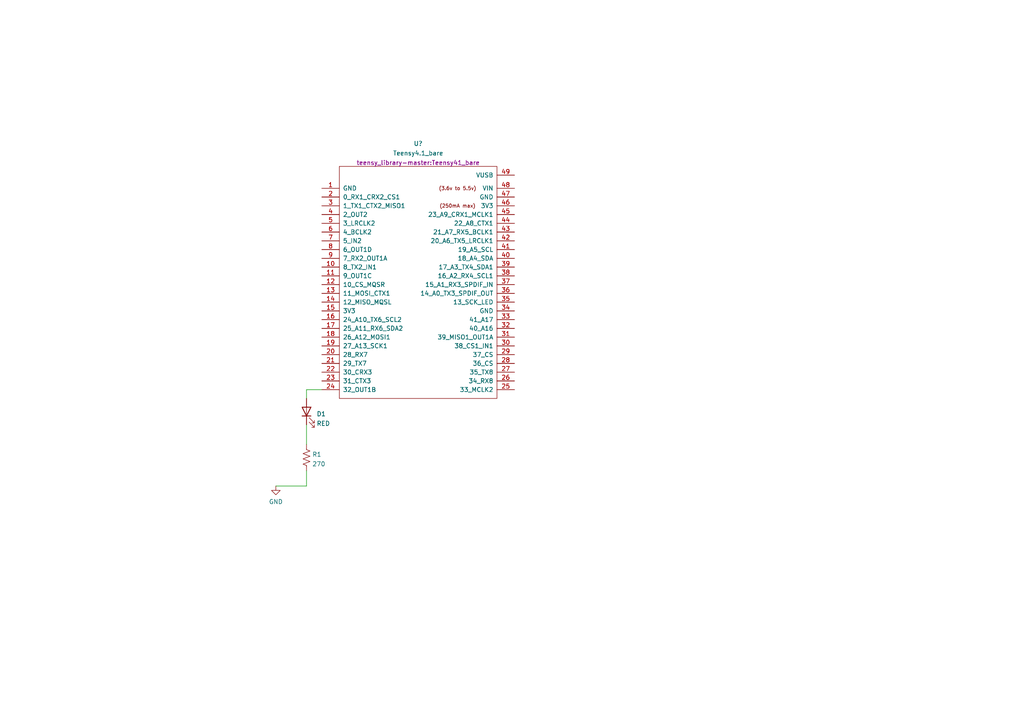
<source format=kicad_sch>
(kicad_sch (version 20211123) (generator eeschema)
  (paper "A4")
  (lib_symbols
    (symbol "D24V50F5:R_US" (pin_numbers hide) (pin_names (offset 0))
      (property "Reference" "R" (at 2.54 0 90))
      (property "Value" "R_US" (at -2.54 0 90))
      (symbol "R_US_0_1"
        (polyline (pts (xy 0 -2.286) (xy 0 -2.54)))
        (polyline (pts (xy 0 2.286) (xy 0 2.54)))
        (polyline (pts (xy 0 -0.762) (xy 1.016 -1.143) (xy 0 -1.524) (xy -1.016 -1.905) (xy 0 -2.286)))
        (polyline (pts (xy 0 0.762) (xy 1.016 0.381) (xy 0 0) (xy -1.016 -0.381) (xy 0 -0.762)))
        (polyline (pts (xy 0 2.286) (xy 1.016 1.905) (xy 0 1.524) (xy -1.016 1.143) (xy 0 0.762)))
      )
      (symbol "R_US_1_1"
        (pin passive line (at 0 3.81 270) (length 1.27) (name "~") (number "1"))
        (pin passive line (at 0 -3.81 90) (length 1.27) (name "~") (number "2"))
      )
    )
    (symbol "Device:LED" (pin_numbers hide) (pin_names (offset 1.016) hide)
      (property "Reference" "D" (at 0 2.54 0))
      (property "Value" "LED" (at 0 -2.54 0))
      (symbol "LED_0_1"
        (polyline (pts (xy -1.27 -1.27) (xy -1.27 1.27)) (stroke (width 0.254)))
        (polyline (pts (xy -1.27 0) (xy 1.27 0)))
        (polyline (pts (xy 1.27 -1.27) (xy 1.27 1.27) (xy -1.27 0) (xy 1.27 -1.27)) (stroke (width 0.254)))
        (polyline (pts (xy -3.048 -0.762) (xy -4.572 -2.286) (xy -3.81 -2.286) (xy -4.572 -2.286) (xy -4.572 -1.524)))
        (polyline (pts (xy -1.778 -0.762) (xy -3.302 -2.286) (xy -2.54 -2.286) (xy -3.302 -2.286) (xy -3.302 -1.524)))
      )
      (symbol "LED_1_1"
        (pin passive line (at -3.81 0 0) (length 2.54) (name "K") (number "1"))
        (pin passive line (at 3.81 0 180) (length 2.54) (name "A") (number "2"))
      )
    )
    (symbol "Teensy:Teensy4.1_bare" (pin_names (offset 1.016))
      (property "Reference" "U" (at 0 64.77 0))
      (property "Value" "Teensy4.1_bare" (at 0 62.23 0))
      (property "Footprint" "Teensy:Teensy41_bare" (at 12.7 -7.62 0))
      (symbol "Teensy4.1_bare_0_0"
        (text "(250mA max)" (at 11.43 49.53 0) (effects (font (size 1.016 1.016))))
        (text "(3.6v to 5.5v)" (at 11.43 54.61 0) (effects (font (size 1.016 1.016))))
        (pin bidirectional line (at -27.94 31.75 0) (length 5.08) (name "8_TX2_IN1") (number "10"))
        (pin bidirectional line (at -27.94 29.21 0) (length 5.08) (name "9_OUT1C") (number "11"))
        (pin bidirectional line (at -27.94 26.67 0) (length 5.08) (name "10_CS_MQSR") (number "12"))
        (pin bidirectional line (at -27.94 24.13 0) (length 5.08) (name "11_MOSI_CTX1") (number "13"))
        (pin bidirectional line (at -27.94 21.59 0) (length 5.08) (name "12_MISO_MQSL") (number "14"))
        (pin power_in line (at -27.94 19.05 0) (length 5.08) (name "3V3") (number "15"))
        (pin bidirectional line (at -27.94 16.51 0) (length 5.08) (name "24_A10_TX6_SCL2") (number "16"))
        (pin bidirectional line (at -27.94 13.97 0) (length 5.08) (name "25_A11_RX6_SDA2") (number "17"))
        (pin bidirectional line (at -27.94 11.43 0) (length 5.08) (name "26_A12_MOSI1") (number "18"))
        (pin bidirectional line (at -27.94 8.89 0) (length 5.08) (name "27_A13_SCK1") (number "19"))
        (pin bidirectional line (at -27.94 6.35 0) (length 5.08) (name "28_RX7") (number "20"))
        (pin bidirectional line (at -27.94 3.81 0) (length 5.08) (name "29_TX7") (number "21"))
        (pin bidirectional line (at -27.94 1.27 0) (length 5.08) (name "30_CRX3") (number "22"))
        (pin bidirectional line (at -27.94 -1.27 0) (length 5.08) (name "31_CTX3") (number "23"))
        (pin bidirectional line (at -27.94 -3.81 0) (length 5.08) (name "32_OUT1B") (number "24"))
        (pin bidirectional line (at 27.94 -3.81 180) (length 5.08) (name "33_MCLK2") (number "25"))
        (pin bidirectional line (at 27.94 -1.27 180) (length 5.08) (name "34_RX8") (number "26"))
        (pin bidirectional line (at 27.94 1.27 180) (length 5.08) (name "35_TX8") (number "27"))
        (pin bidirectional line (at 27.94 3.81 180) (length 5.08) (name "36_CS") (number "28"))
        (pin bidirectional line (at 27.94 6.35 180) (length 5.08) (name "37_CS") (number "29"))
        (pin bidirectional line (at 27.94 8.89 180) (length 5.08) (name "38_CS1_IN1") (number "30"))
        (pin bidirectional line (at 27.94 11.43 180) (length 5.08) (name "39_MISO1_OUT1A") (number "31"))
        (pin bidirectional line (at 27.94 13.97 180) (length 5.08) (name "40_A16") (number "32"))
        (pin bidirectional line (at 27.94 16.51 180) (length 5.08) (name "41_A17") (number "33"))
        (pin bidirectional line (at 27.94 21.59 180) (length 5.08) (name "13_SCK_LED") (number "35"))
        (pin bidirectional line (at 27.94 24.13 180) (length 5.08) (name "14_A0_TX3_SPDIF_OUT") (number "36"))
        (pin bidirectional line (at 27.94 26.67 180) (length 5.08) (name "15_A1_RX3_SPDIF_IN") (number "37"))
        (pin bidirectional line (at 27.94 29.21 180) (length 5.08) (name "16_A2_RX4_SCL1") (number "38"))
        (pin bidirectional line (at 27.94 31.75 180) (length 5.08) (name "17_A3_TX4_SDA1") (number "39"))
        (pin bidirectional line (at 27.94 34.29 180) (length 5.08) (name "18_A4_SDA") (number "40"))
        (pin bidirectional line (at 27.94 36.83 180) (length 5.08) (name "19_A5_SCL") (number "41"))
        (pin bidirectional line (at 27.94 39.37 180) (length 5.08) (name "20_A6_TX5_LRCLK1") (number "42"))
        (pin bidirectional line (at 27.94 41.91 180) (length 5.08) (name "21_A7_RX5_BCLK1") (number "43"))
        (pin bidirectional line (at 27.94 44.45 180) (length 5.08) (name "22_A8_CTX1") (number "44"))
        (pin bidirectional line (at 27.94 46.99 180) (length 5.08) (name "23_A9_CRX1_MCLK1") (number "45"))
        (pin power_in line (at 27.94 49.53 180) (length 5.08) (name "3V3") (number "46"))
        (pin power_in line (at 27.94 52.07 180) (length 5.08) (name "GND") (number "47"))
        (pin power_in line (at 27.94 54.61 180) (length 5.08) (name "VIN") (number "48"))
        (pin power_out line (at 27.94 58.42 180) (length 5.08) (name "VUSB") (number "49"))
        (pin bidirectional line (at -27.94 44.45 0) (length 5.08) (name "3_LRCLK2") (number "5"))
        (pin bidirectional line (at -27.94 41.91 0) (length 5.08) (name "4_BCLK2") (number "6"))
        (pin bidirectional line (at -27.94 39.37 0) (length 5.08) (name "5_IN2") (number "7"))
        (pin bidirectional line (at -27.94 36.83 0) (length 5.08) (name "6_OUT1D") (number "8"))
        (pin bidirectional line (at -27.94 34.29 0) (length 5.08) (name "7_RX2_OUT1A") (number "9"))
      )
      (symbol "Teensy4.1_bare_0_1"
        (rectangle (start -22.86 60.96) (end 22.86 -6.35))
        (rectangle (start -20.32 -1.27) (end -20.32 -1.27))
      )
      (symbol "Teensy4.1_bare_1_1"
        (pin power_in line (at -27.94 54.61 0) (length 5.08) (name "GND") (number "1"))
        (pin bidirectional line (at -27.94 52.07 0) (length 5.08) (name "0_RX1_CRX2_CS1") (number "2"))
        (pin bidirectional line (at -27.94 49.53 0) (length 5.08) (name "1_TX1_CTX2_MISO1") (number "3"))
        (pin power_in line (at 27.94 19.05 180) (length 5.08) (name "GND") (number "34"))
        (pin bidirectional line (at -27.94 46.99 0) (length 5.08) (name "2_OUT2") (number "4"))
      )
    )
    (symbol "power:GND" (power) (pin_names (offset 0))
      (property "Value" "GND" (at 0 -3.81 0))
      (symbol "GND_0_1"
        (polyline (pts (xy 0 0) (xy 0 -1.27) (xy 1.27 -1.27) (xy 0 -2.54) (xy -1.27 -1.27) (xy 0 -1.27)))
      )
      (symbol "GND_1_1"
        (pin power_in line (at 0 0 270) (length 0) hide (name "GND") (number "1"))
      )
    )
  )
  (wire (pts (xy 88.9 115.57) (xy 88.9 113.03)))
  (wire (pts (xy 80.01 140.97) (xy 88.9 140.97)))
  (wire (pts (xy 88.9 123.19) (xy 88.9 128.905)))
  (wire (pts (xy 88.9 140.97) (xy 88.9 136.525)))
  (wire (pts (xy 88.9 113.03) (xy 93.345 113.03)))
  (symbol (lib_id "power:GND") (at 80.01 140.97 0) (unit 1)
    (property "Reference" "#PWR?" (effects hide))
    (property "Value" "GND" (at 80.01 145.5325 0))
  )
  (symbol (lib_id "Device:LED") (at 88.9 119.38 90) (unit 1)
    (property "Reference" "D1" (at 91.821 120.059 90) (effects (justify right)))
    (property "Value" "RED" (at 91.821 122.8341 90) (effects (justify right)))
    (property "Footprint" "LED_SMD:LED_0805_2012Metric" (effects hide))
  )
  (symbol (lib_id "Teensy:Teensy4.1_bare") (at 121.285 109.22 0) (unit 1)
    (property "Reference" "U?" (at 121.285 41.6453 0))
    (property "Value" "Teensy4.1_bare" (at 121.285 44.4204 0))
    (property "Footprint" "teensy_library-master:Teensy41_bare" (at 121.285 47.1955 0))
  )
  (symbol (lib_id "D24V50F5:R_US") (at 88.9 132.715 0) (unit 1)
    (property "Reference" "R1" (at 90.551 131.8065 0) (effects (justify left)))
    (property "Value" "270" (at 90.551 134.5816 0) (effects (justify left)))
    (property "Footprint" "Resistor_SMD:R_0805_2012Metric" (effects hide))
  )
)
</source>
